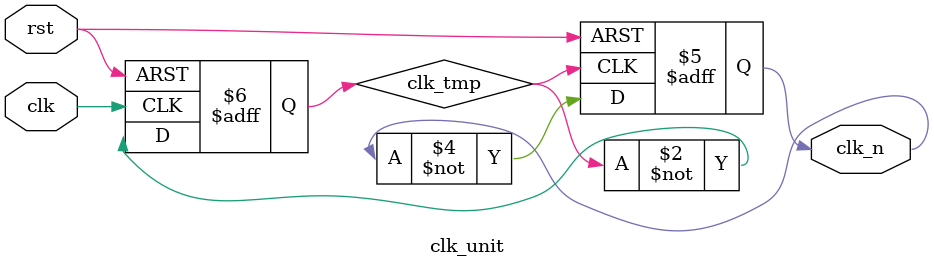
<source format=v>
module VGA_top(
	input clk,
    input rst,

    input [1:0]snake,
    input [5:0]apple_x,
    input [4:0]apple_y,
    output [9:0]x_pos,
    output [9:0]y_pos,    
    output hsync,
    output vsync,
    output [11:0] color_out
    );
    
    wire clk_n;
    
    clk_unit myclk(
        .clk(clk),
        .rst(rst),
        .clk_n(clk_n)
    );

    VGA_Control VGA
(
		.clk(clk_n),
		.rst(rst),
		.hsync(hsync),
		.vsync(vsync),
		.snake(snake),
        .color_out(color_out),
		.x_pos(x_pos),
		.y_pos(y_pos),
		.apple_x(apple_x),
		.apple_y(apple_y)
	);
endmodule

module VGA_Control
(
	input clk,
	input rst,
	
	input [1:0]snake,
	input [5:0]apple_x,
	input [4:0]apple_y,
	output reg[9:0]x_pos,
	output reg[9:0]y_pos,	
	output reg hsync,
	output reg vsync,
	output reg [11:0] color_out
);

	reg [19:0]clk_cnt;
	reg [9:0]line_cnt;
//	reg clk_25M;
	
	parameter NONE = 2'b00;
	parameter HEAD = 2'b01;
	parameter BODY = 2'b10;
	parameter WALL = 2'b11;
	
	parameter HEAD_COLOR = 12'b0000_1111_1111;
	parameter BODY_COLOR = 12'b0000_1111_0000;
	
	
	reg [3:0]lox;
	reg [3:0]loy;
		
	always@(posedge clk or negedge rst) begin
		if(rst) begin
			clk_cnt <= 0;
			line_cnt <= 0;
			hsync <= 1;
			vsync <= 1;
		end
		else begin
		    x_pos <= clk_cnt - 144;
			y_pos <= line_cnt - 33;	
			if(clk_cnt == 0) begin
			    hsync <= 0;
				clk_cnt <= clk_cnt + 1;
            end
			else if(clk_cnt == 96) begin
				hsync <= 1;
				clk_cnt <= clk_cnt + 1;
            end
			else if(clk_cnt == 799) begin
				clk_cnt <= 0;
				line_cnt <= line_cnt + 1;
			end
			else clk_cnt <= clk_cnt + 1;
			
			if(line_cnt == 0) begin
				vsync <= 0;
            end
			else if(line_cnt == 2) begin
				vsync <= 1;
			end
			else if(line_cnt == 521) begin
				line_cnt <= 0;
				vsync <= 0;
			end
			
			if(x_pos >= 0 && x_pos < 640 && y_pos >= 0 && y_pos < 480) begin
			    lox = x_pos[3:0];
				loy = y_pos[3:0];						
				if(x_pos[9:4] == apple_x && y_pos[9:4] == apple_y)
					case({loy,lox})
						8'b0000_0000:color_out = 12'b0000_0000_0000;
						default:color_out = 12'b0000_0000_1111;
					endcase						
				else if(snake == NONE)
					color_out = 12'b0000_0000_0000;
				else if(snake == WALL)
//					color_out = 3'b101;
                    color_out=12'b1111_0000_0000;
				else if(snake == HEAD || snake == BODY) begin
					case({lox,loy})
						8'b0000_0000:color_out = 12'b0000_0000_0000;
						default:color_out = (snake == HEAD) ?  HEAD_COLOR : BODY_COLOR;
					endcase
				end
			end
		    else
			    color_out = 12'b0000_0000_0000;
		end
    end
endmodule

module clk_unit(
	input clk,
	input rst,
	output reg clk_n
	);

    reg clk_tmp;
    
    always @(posedge clk or posedge rst) begin
            if (rst)
                clk_tmp <= 0;
            else
                clk_tmp <= ~clk_tmp;
        end
        
    always @(posedge clk_tmp or posedge rst) begin
       if (rst)
        clk_n <= 0;
      else
        clk_n <= ~clk_n;
    end
    
endmodule
</source>
